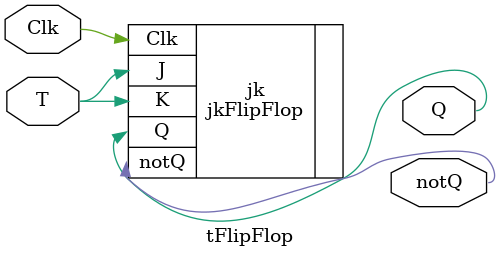
<source format=v>
module tFlipFlop(
    input T, Clk,
    output Q, notQ
    );

    jkFlipFlop jk (
        .J(T),
        .K(T),
        .Clk(Clk),
        .Q(Q),
        .notQ(notQ)
    );
    
    
endmodule

</source>
